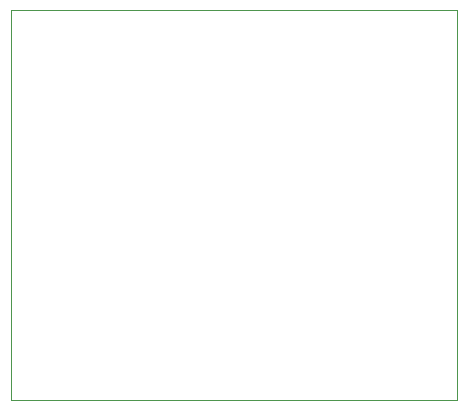
<source format=gbr>
%TF.GenerationSoftware,KiCad,Pcbnew,(5.1.7)-1*%
%TF.CreationDate,2020-11-07T09:28:26-05:00*%
%TF.ProjectId,Rec_Converter,5265635f-436f-46e7-9665-727465722e6b,v1*%
%TF.SameCoordinates,Original*%
%TF.FileFunction,Profile,NP*%
%FSLAX46Y46*%
G04 Gerber Fmt 4.6, Leading zero omitted, Abs format (unit mm)*
G04 Created by KiCad (PCBNEW (5.1.7)-1) date 2020-11-07 09:28:26*
%MOMM*%
%LPD*%
G01*
G04 APERTURE LIST*
%TA.AperFunction,Profile*%
%ADD10C,0.050000*%
%TD*%
G04 APERTURE END LIST*
D10*
X133000000Y-127000000D02*
X133000000Y-94000000D01*
X170750000Y-127000000D02*
X133000000Y-127000000D01*
X170750000Y-94000000D02*
X170750000Y-127000000D01*
X133000000Y-94000000D02*
X170750000Y-94000000D01*
M02*

</source>
